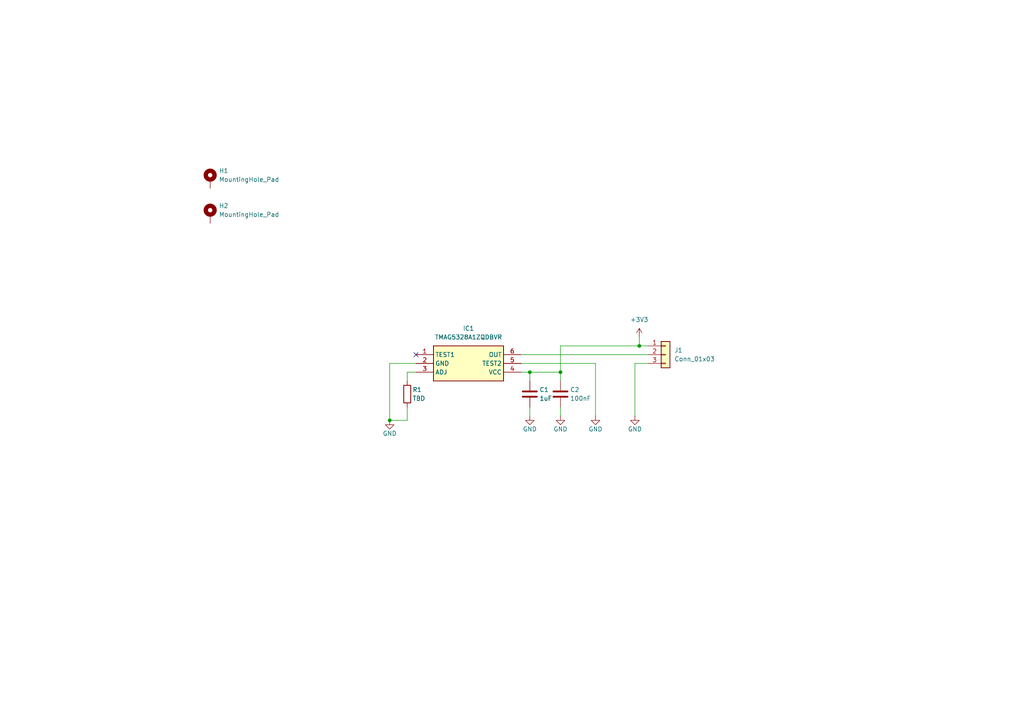
<source format=kicad_sch>
(kicad_sch (version 20250114) (generator "eeschema") (generator_version "9.0")
  (paper "A4")
  (lib_symbols
    (symbol "Connector_Generic:Conn_01x03" (pin_names (offset 1.016) (hide yes))
      (property "Reference" "J" (at 0 5.08 0))
      (property "Value" "Conn_01x03" (at 0 -5.08 0))
      (symbol "Conn_01x03_1_1"
        (rectangle (start -1.27 3.81) (end 1.27 -3.81) (stroke (width 0.254)) (fill (type background)))
        (rectangle (start -1.27 2.667) (end 0 2.413) (stroke (width 0.1524)))
        (rectangle (start -1.27 0.127) (end 0 -0.127) (stroke (width 0.1524)))
        (rectangle (start -1.27 -2.413) (end 0 -2.667) (stroke (width 0.1524)))
        (pin passive line (at -5.08 2.54 0) (length 3.81) (name "Pin_1") (number "1"))
        (pin passive line (at -5.08 0 0) (length 3.81) (name "Pin_2") (number "2"))
        (pin passive line (at -5.08 -2.54 0) (length 3.81) (name "Pin_3") (number "3"))
      )
    )
    (symbol "Device:C" (pin_numbers (hide yes)) (pin_names (offset 0.254))
      (property "Reference" "C" (at 0.635 2.54 0))
      (property "Value" "C" (at 0.635 -2.54 0))
      (symbol "C_0_1"
        (polyline (pts (xy -2.032 0.762) (xy 2.032 0.762)) (stroke (width 0.508)))
        (polyline (pts (xy -2.032 -0.762) (xy 2.032 -0.762)) (stroke (width 0.508)))
      )
      (symbol "C_1_1"
        (pin passive line (at 0 3.81 270) (length 2.794) (name "~") (number "1"))
        (pin passive line (at 0 -3.81 90) (length 2.794) (name "~") (number "2"))
      )
    )
    (symbol "Device:R" (pin_numbers (hide yes)) (pin_names (offset 0))
      (property "Reference" "R" (at 2.032 0 90))
      (property "Value" "R" (at 0 0 90))
      (symbol "R_0_1"
        (rectangle (start -1.016 -2.54) (end 1.016 2.54) (stroke (width 0.254)))
      )
      (symbol "R_1_1"
        (pin passive line (at 0 3.81 270) (length 1.27) (name "~") (number "1"))
        (pin passive line (at 0 -3.81 90) (length 1.27) (name "~") (number "2"))
      )
    )
    (symbol "Mechanical:MountingHole_Pad" (pin_numbers (hide yes)) (pin_names (offset 1.016) (hide yes)) (exclude_from_sim yes) (in_bom no)
      (property "Reference" "H" (at 0 6.35 0))
      (property "Value" "MountingHole_Pad" (at 0 4.445 0))
      (symbol "MountingHole_Pad_0_1"
        (circle (center 0 1.27) (radius 1.27) (stroke (width 1.27)))
      )
      (symbol "MountingHole_Pad_1_1"
        (pin input line (at 0 -2.54 90) (length 2.54) (name "1") (number "1"))
      )
    )
    (symbol "SamacSys_Parts:TMAG5328A1ZQDBVR"
      (property "Reference" "IC" (at 26.67 7.62 0))
      (property "Value" "TMAG5328A1ZQDBVR" (at 26.67 5.08 0))
      (symbol "TMAG5328A1ZQDBVR_1_1"
        (rectangle (start 5.08 2.54) (end 25.4 -7.62) (stroke (width 0.254)) (fill (type background)))
        (pin passive line (at 0 0 0) (length 5.08) (name "TEST1") (number "1"))
        (pin passive line (at 0 -2.54 0) (length 5.08) (name "GND") (number "2"))
        (pin passive line (at 0 -5.08 0) (length 5.08) (name "ADJ") (number "3"))
        (pin passive line (at 30.48 0 180) (length 5.08) (name "OUT") (number "6"))
        (pin passive line (at 30.48 -2.54 180) (length 5.08) (name "TEST2") (number "5"))
        (pin passive line (at 30.48 -5.08 180) (length 5.08) (name "VCC") (number "4"))
      )
    )
    (symbol "power:+3V3" (power) (pin_numbers (hide yes)) (pin_names (offset 0) (hide yes))
      (property "Value" "+3V3" (at 0 3.556 0))
      (symbol "+3V3_0_1"
        (polyline (pts (xy -0.762 1.27) (xy 0 2.54)))
        (polyline (pts (xy 0 2.54) (xy 0.762 1.27)))
        (polyline (pts (xy 0 0) (xy 0 2.54)))
      )
      (symbol "+3V3_1_1"
        (pin power_in line (at 0 0 90) (length 0) (name "~") (number "1"))
      )
    )
    (symbol "power:GND" (power) (pin_numbers (hide yes)) (pin_names (offset 0) (hide yes))
      (property "Value" "GND" (at 0 -3.81 0))
      (symbol "GND_0_1"
        (polyline (pts (xy 0 0) (xy 0 -1.27) (xy 1.27 -1.27) (xy 0 -2.54) (xy -1.27 -1.27) (xy 0 -1.27)))
      )
      (symbol "GND_1_1"
        (pin power_in line (at 0 0 270) (length 0) (name "~") (number "1"))
      )
    )
  )
  (junction (at 162.56 107.95))
  (junction (at 153.67 107.95))
  (junction (at 185.42 100.33))
  (junction (at 113.03 121.92))
  (no_connect (at 120.65 102.87))
  (wire (pts (xy 151.13 105.41) (xy 172.72 105.41)))
  (wire (pts (xy 162.56 100.33) (xy 185.42 100.33)))
  (wire (pts (xy 118.11 107.95) (xy 120.65 107.95)))
  (wire (pts (xy 184.15 120.65) (xy 184.15 105.41)))
  (wire (pts (xy 153.67 118.11) (xy 153.67 120.65)))
  (wire (pts (xy 184.15 105.41) (xy 187.96 105.41)))
  (wire (pts (xy 172.72 105.41) (xy 172.72 120.65)))
  (wire (pts (xy 113.03 121.92) (xy 113.03 105.41)))
  (wire (pts (xy 113.03 105.41) (xy 120.65 105.41)))
  (wire (pts (xy 118.11 110.49) (xy 118.11 107.95)))
  (wire (pts (xy 153.67 107.95) (xy 153.67 110.49)))
  (wire (pts (xy 118.11 118.11) (xy 118.11 121.92)))
  (wire (pts (xy 185.42 100.33) (xy 187.96 100.33)))
  (wire (pts (xy 151.13 102.87) (xy 187.96 102.87)))
  (wire (pts (xy 162.56 118.11) (xy 162.56 120.65)))
  (wire (pts (xy 162.56 107.95) (xy 162.56 100.33)))
  (wire (pts (xy 153.67 107.95) (xy 162.56 107.95)))
  (wire (pts (xy 151.13 107.95) (xy 153.67 107.95)))
  (wire (pts (xy 113.03 121.92) (xy 118.11 121.92)))
  (wire (pts (xy 185.42 97.79) (xy 185.42 100.33)))
  (wire (pts (xy 162.56 107.95) (xy 162.56 110.49)))
  (symbol (lib_id "Device:C") (at 153.67 114.3 0) (unit 1)
    (property "Reference" "C1" (at 156.464 113.03 0) (effects (justify left)))
    (property "Value" "1uF" (at 156.464 115.57 0) (effects (justify left)))
    (property "Footprint" "Capacitor_SMD:C_0402_1005Metric" (effects (hide yes)))
    (property "Description" "Unpolarized capacitor" (effects (hide yes)))
  )
  (symbol (lib_id "power:GND") (at 172.72 120.65 0) (unit 1)
    (property "Reference" "#PWR03" (effects (hide yes)))
    (property "Value" "GND" (at 172.72 124.46 0))
    (property "Description" "Power symbol creates a global label with name \"GND\" , ground" (effects (hide yes)))
  )
  (symbol (lib_id "SamacSys_Parts:TMAG5328A1ZQDBVR") (at 120.65 102.87 0) (unit 1)
    (property "Reference" "IC1" (at 135.89 95.25 0))
    (property "Value" "TMAG5328A1ZQDBVR" (at 135.89 97.79 0))
    (property "Footprint" "SOT95P280X145-6N" (effects (hide yes)))
    (property "Datasheet" "https://www.ti.com/lit/ds/symlink/tmag5328.pdf?ts=1744001032138&ref_url=https%253A%252F%252Fwww.ti.com%252Fproduct%252FTMAG5328%252Fpart-details%252FTMAG5328A1DQDBVR%253Futm_source%253Dgoogle%2526utm_medium%253Dcpc%2526utm_campaign%253Dasc-null-null-asc_o" (effects (hide yes)))
    (property "Description" "Digital Switch Omnipolar Switch Push-Pull Hall Effect SOT-23-6, 2.3A, 1.65V ~ 5.5V, -40C ~ 125C" (effects (hide yes)))
    (property "Height" "1.45" (effects (hide yes)))
    (property "Manufacturer_Name" "Texas Instruments" (effects (hide yes)))
    (property "Manufacturer_Part_Number" "TMAG5328A1ZQDBVR" (effects (hide yes)))
  )
  (symbol (lib_id "power:GND") (at 184.15 120.65 0) (unit 1)
    (property "Reference" "#PWR01" (effects (hide yes)))
    (property "Value" "GND" (at 184.15 124.46 0))
    (property "Description" "Power symbol creates a global label with name \"GND\" , ground" (effects (hide yes)))
  )
  (symbol (lib_id "Device:R") (at 118.11 114.3 0) (unit 1)
    (property "Reference" "R1" (at 119.634 113.03 0) (effects (justify left)))
    (property "Value" "TBD" (at 119.634 115.57 0) (effects (justify left)))
    (property "Footprint" "Resistor_SMD:R_0402_1005Metric" (effects (hide yes)))
    (property "Description" "Resistor" (effects (hide yes)))
  )
  (symbol (lib_id "Device:C") (at 162.56 114.3 0) (unit 1)
    (property "Reference" "C2" (at 165.354 113.03 0) (effects (justify left)))
    (property "Value" "100nF" (at 165.354 115.57 0) (effects (justify left)))
    (property "Footprint" "Capacitor_SMD:C_0402_1005Metric" (effects (hide yes)))
    (property "Description" "Unpolarized capacitor" (effects (hide yes)))
  )
  (symbol (lib_id "power:GND") (at 162.56 120.65 0) (unit 1)
    (property "Reference" "#PWR06" (effects (hide yes)))
    (property "Value" "GND" (at 162.56 124.46 0))
    (property "Description" "Power symbol creates a global label with name \"GND\" , ground" (effects (hide yes)))
  )
  (symbol (lib_id "power:GND") (at 113.03 121.92 0) (unit 1)
    (property "Reference" "#PWR04" (effects (hide yes)))
    (property "Value" "GND" (at 113.03 125.73 0))
    (property "Description" "Power symbol creates a global label with name \"GND\" , ground" (effects (hide yes)))
  )
  (symbol (lib_id "Mechanical:MountingHole_Pad") (at 60.96 52.07 0) (unit 1) (exclude_from_sim yes) (in_bom no)
    (property "Reference" "H1" (at 63.5 49.5299 0) (effects (justify left)))
    (property "Value" "MountingHole_Pad" (at 63.5 52.0699 0) (effects (justify left)))
    (property "Description" "Mounting Hole with connection" (effects (hide yes)))
  )
  (symbol (lib_id "Connector_Generic:Conn_01x03") (at 193.04 102.87 0) (unit 1)
    (property "Reference" "J1" (at 195.58 101.5999 0) (effects (justify left)))
    (property "Value" "Conn_01x03" (at 195.58 104.1399 0) (effects (justify left)))
    (property "Footprint" "Connector_JST:JST_PH_B3B-PH-SM4-TB_1x03-1MP_P2.00mm_Vertical" (effects (hide yes)))
    (property "Description" "Generic connector, single row, 01x03, script generated (kicad-library-utils/schlib/autogen/connector/)" (effects (hide yes)))
  )
  (symbol (lib_id "Mechanical:MountingHole_Pad") (at 60.96 62.23 0) (unit 1) (exclude_from_sim yes) (in_bom no)
    (property "Reference" "H2" (at 63.5 59.6899 0) (effects (justify left)))
    (property "Value" "MountingHole_Pad" (at 63.5 62.2299 0) (effects (justify left)))
    (property "Description" "Mounting Hole with connection" (effects (hide yes)))
  )
  (symbol (lib_id "power:GND") (at 153.67 120.65 0) (unit 1)
    (property "Reference" "#PWR05" (effects (hide yes)))
    (property "Value" "GND" (at 153.67 124.46 0))
    (property "Description" "Power symbol creates a global label with name \"GND\" , ground" (effects (hide yes)))
  )
  (symbol (lib_id "power:+3V3") (at 185.42 97.79 0) (unit 1)
    (property "Reference" "#PWR02" (effects (hide yes)))
    (property "Value" "+3V3" (at 185.42 92.71 0))
    (property "Description" "Power symbol creates a global label with name \"+3V3\"" (effects (hide yes)))
  )
)
</source>
